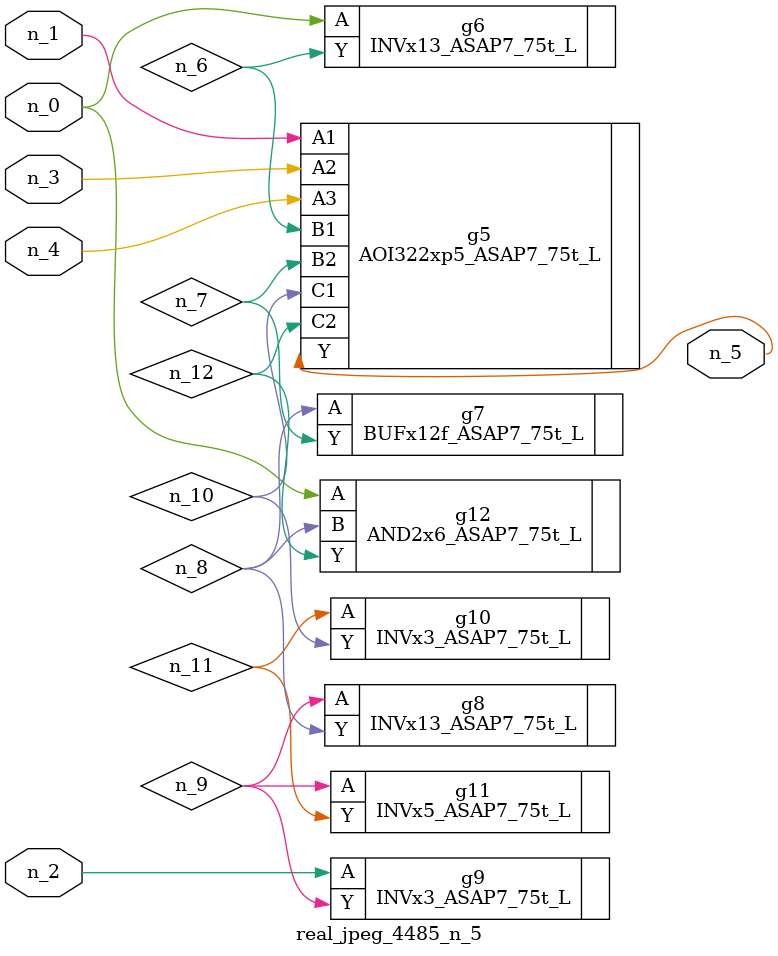
<source format=v>
module real_jpeg_4485_n_5 (n_4, n_0, n_1, n_2, n_3, n_5);

input n_4;
input n_0;
input n_1;
input n_2;
input n_3;

output n_5;

wire n_12;
wire n_8;
wire n_11;
wire n_6;
wire n_7;
wire n_10;
wire n_9;

INVx13_ASAP7_75t_L g6 ( 
.A(n_0),
.Y(n_6)
);

AND2x6_ASAP7_75t_L g12 ( 
.A(n_0),
.B(n_8),
.Y(n_12)
);

AOI322xp5_ASAP7_75t_L g5 ( 
.A1(n_1),
.A2(n_3),
.A3(n_4),
.B1(n_6),
.B2(n_7),
.C1(n_10),
.C2(n_12),
.Y(n_5)
);

INVx3_ASAP7_75t_L g9 ( 
.A(n_2),
.Y(n_9)
);

BUFx12f_ASAP7_75t_L g7 ( 
.A(n_8),
.Y(n_7)
);

INVx13_ASAP7_75t_L g8 ( 
.A(n_9),
.Y(n_8)
);

INVx5_ASAP7_75t_L g11 ( 
.A(n_9),
.Y(n_11)
);

INVx3_ASAP7_75t_L g10 ( 
.A(n_11),
.Y(n_10)
);


endmodule
</source>
